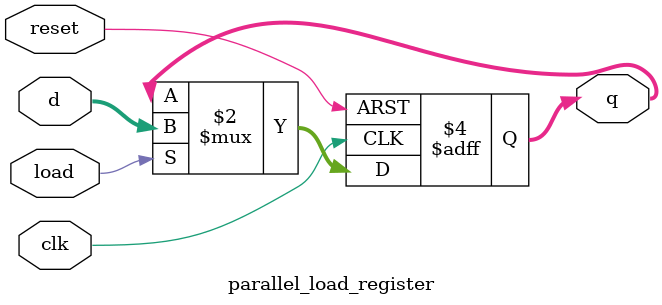
<source format=v>
module parallel_load_register (
   input  wire        clk,   
   input  wire        reset, 
   input  wire        load,  
   input  wire [7:0]  d,     
   output reg  [7:0]  q    );

always @(posedge clk or posedge reset) begin
    if (reset)
   q <= 8'b00000000;
    else if (load)
        q <= d;         
    
end

endmodule

</source>
